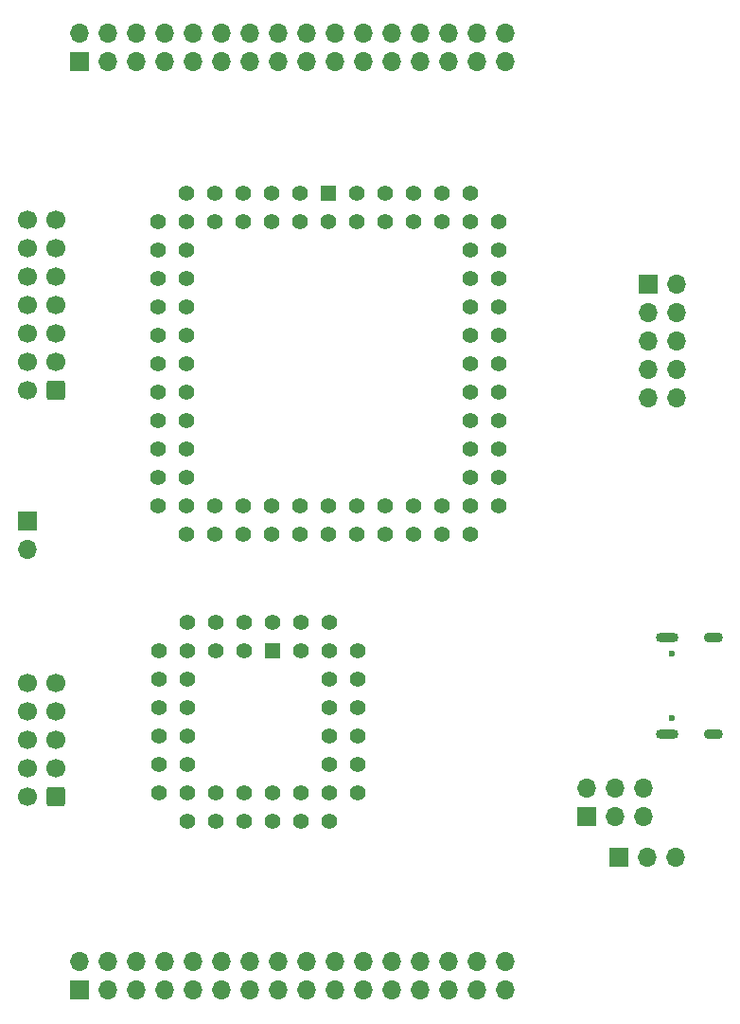
<source format=gbr>
%TF.GenerationSoftware,KiCad,Pcbnew,7.0.9*%
%TF.CreationDate,2024-04-10T21:38:01+01:00*%
%TF.ProjectId,ATF15xxProgBoard,41544631-3578-4785-9072-6f67426f6172,2*%
%TF.SameCoordinates,Original*%
%TF.FileFunction,Soldermask,Bot*%
%TF.FilePolarity,Negative*%
%FSLAX46Y46*%
G04 Gerber Fmt 4.6, Leading zero omitted, Abs format (unit mm)*
G04 Created by KiCad (PCBNEW 7.0.9) date 2024-04-10 21:38:01*
%MOMM*%
%LPD*%
G01*
G04 APERTURE LIST*
G04 Aperture macros list*
%AMRoundRect*
0 Rectangle with rounded corners*
0 $1 Rounding radius*
0 $2 $3 $4 $5 $6 $7 $8 $9 X,Y pos of 4 corners*
0 Add a 4 corners polygon primitive as box body*
4,1,4,$2,$3,$4,$5,$6,$7,$8,$9,$2,$3,0*
0 Add four circle primitives for the rounded corners*
1,1,$1+$1,$2,$3*
1,1,$1+$1,$4,$5*
1,1,$1+$1,$6,$7*
1,1,$1+$1,$8,$9*
0 Add four rect primitives between the rounded corners*
20,1,$1+$1,$2,$3,$4,$5,0*
20,1,$1+$1,$4,$5,$6,$7,0*
20,1,$1+$1,$6,$7,$8,$9,0*
20,1,$1+$1,$8,$9,$2,$3,0*%
G04 Aperture macros list end*
%ADD10O,1.700000X1.700000*%
%ADD11R,1.700000X1.700000*%
%ADD12R,1.422400X1.422400*%
%ADD13C,1.422400*%
%ADD14RoundRect,0.250000X0.600000X0.600000X-0.600000X0.600000X-0.600000X-0.600000X0.600000X-0.600000X0*%
%ADD15C,1.700000*%
%ADD16O,1.700000X0.900000*%
%ADD17O,2.000000X0.900000*%
%ADD18C,0.600000*%
G04 APERTURE END LIST*
D10*
%TO.C,JP2*%
X169788600Y-126593600D03*
X167248600Y-126593600D03*
D11*
X164708600Y-126593600D03*
%TD*%
D12*
%TO.C,U1*%
X133710000Y-108120000D03*
D13*
X131170000Y-105580000D03*
X131170000Y-108120000D03*
X128630000Y-105580000D03*
X128630000Y-108120000D03*
X126090000Y-105580000D03*
X123550000Y-108120000D03*
X126090000Y-108120000D03*
X123550000Y-110660000D03*
X126090000Y-110660000D03*
X123550000Y-113200000D03*
X126090000Y-113200000D03*
X123550000Y-115740000D03*
X126090000Y-115740000D03*
X123550000Y-118280000D03*
X126090000Y-118280000D03*
X123550000Y-120820000D03*
X126090000Y-123360000D03*
X126090000Y-120820000D03*
X128630000Y-123360000D03*
X128630000Y-120820000D03*
X131170000Y-123360000D03*
X131170000Y-120820000D03*
X133710000Y-123360000D03*
X133710000Y-120820000D03*
X136250000Y-123360000D03*
X136250000Y-120820000D03*
X138790000Y-123360000D03*
X141330000Y-120820000D03*
X138790000Y-120820000D03*
X141330000Y-118280000D03*
X138790000Y-118280000D03*
X141330000Y-115740000D03*
X138790000Y-115740000D03*
X141330000Y-113200000D03*
X138790000Y-113200000D03*
X141330000Y-110660000D03*
X138790000Y-110660000D03*
X141330000Y-108120000D03*
X138790000Y-105580000D03*
X138790000Y-108120000D03*
X136250000Y-105580000D03*
X136250000Y-108120000D03*
X133710000Y-105580000D03*
%TD*%
D12*
%TO.C,U2*%
X138690000Y-67260000D03*
D13*
X138690000Y-69800000D03*
X136150000Y-67260000D03*
X136150000Y-69800000D03*
X133610000Y-67260000D03*
X133610000Y-69800000D03*
X131070000Y-67260000D03*
X131070000Y-69800000D03*
X128530000Y-67260000D03*
X128530000Y-69800000D03*
X125990000Y-67260000D03*
X123450000Y-69800000D03*
X125990000Y-69800000D03*
X123450000Y-72340000D03*
X125990000Y-72340000D03*
X123450000Y-74880000D03*
X125990000Y-74880000D03*
X123450000Y-77420000D03*
X125990000Y-77420000D03*
X123450000Y-79960000D03*
X125990000Y-79960000D03*
X123450000Y-82500000D03*
X125990000Y-82500000D03*
X123450000Y-85040000D03*
X125990000Y-85040000D03*
X123450000Y-87580000D03*
X125990000Y-87580000D03*
X123450000Y-90120000D03*
X125990000Y-90120000D03*
X123450000Y-92660000D03*
X125990000Y-92660000D03*
X123450000Y-95200000D03*
X125990000Y-97740000D03*
X125990000Y-95200000D03*
X128530000Y-97740000D03*
X128530000Y-95200000D03*
X131070000Y-97740000D03*
X131070000Y-95200000D03*
X133610000Y-97740000D03*
X133610000Y-95200000D03*
X136150000Y-97740000D03*
X136150000Y-95200000D03*
X138690000Y-97740000D03*
X138690000Y-95200000D03*
X141230000Y-97740000D03*
X141230000Y-95200000D03*
X143770000Y-97740000D03*
X143770000Y-95200000D03*
X146310000Y-97740000D03*
X146310000Y-95200000D03*
X148850000Y-97740000D03*
X148850000Y-95200000D03*
X151390000Y-97740000D03*
X153930000Y-95200000D03*
X151390000Y-95200000D03*
X153930000Y-92660000D03*
X151390000Y-92660000D03*
X153930000Y-90120000D03*
X151390000Y-90120000D03*
X153930000Y-87580000D03*
X151390000Y-87580000D03*
X153930000Y-85040000D03*
X151390000Y-85040000D03*
X153930000Y-82500000D03*
X151390000Y-82500000D03*
X153930000Y-79960000D03*
X151390000Y-79960000D03*
X153930000Y-77420000D03*
X151390000Y-77420000D03*
X153930000Y-74880000D03*
X151390000Y-74880000D03*
X153930000Y-72340000D03*
X151390000Y-72340000D03*
X153930000Y-69800000D03*
X151390000Y-67260000D03*
X151390000Y-69800000D03*
X148850000Y-67260000D03*
X148850000Y-69800000D03*
X146310000Y-67260000D03*
X146310000Y-69800000D03*
X143770000Y-67260000D03*
X143770000Y-69800000D03*
X141230000Y-67260000D03*
X141230000Y-69800000D03*
%TD*%
D11*
%TO.C,J6*%
X116450000Y-138450000D03*
D10*
X116450000Y-135910000D03*
X118990000Y-138450000D03*
X118990000Y-135910000D03*
X121530000Y-138450000D03*
X121530000Y-135910000D03*
X124070000Y-138450000D03*
X124070000Y-135910000D03*
X126610000Y-138450000D03*
X126610000Y-135910000D03*
X129150000Y-138450000D03*
X129150000Y-135910000D03*
X131690000Y-138450000D03*
X131690000Y-135910000D03*
X134230000Y-138450000D03*
X134230000Y-135910000D03*
X136770000Y-138450000D03*
X136770000Y-135910000D03*
X139310000Y-138450000D03*
X139310000Y-135910000D03*
X141850000Y-138450000D03*
X141850000Y-135910000D03*
X144390000Y-138450000D03*
X144390000Y-135910000D03*
X146930000Y-138450000D03*
X146930000Y-135910000D03*
X149470000Y-138450000D03*
X149470000Y-135910000D03*
X152010000Y-138450000D03*
X152010000Y-135910000D03*
X154550000Y-138450000D03*
X154550000Y-135910000D03*
%TD*%
D14*
%TO.C,J2*%
X114300000Y-84840000D03*
D15*
X111760000Y-84840000D03*
X114300000Y-82300000D03*
X111760000Y-82300000D03*
X114300000Y-79760000D03*
X111760000Y-79760000D03*
X114300000Y-77220000D03*
X111760000Y-77220000D03*
X114300000Y-74680000D03*
X111760000Y-74680000D03*
X114300000Y-72140000D03*
X111760000Y-72140000D03*
X114300000Y-69600000D03*
X111760000Y-69600000D03*
%TD*%
D11*
%TO.C,J7*%
X116450000Y-55470000D03*
D10*
X116450000Y-52930000D03*
X118990000Y-55470000D03*
X118990000Y-52930000D03*
X121530000Y-55470000D03*
X121530000Y-52930000D03*
X124070000Y-55470000D03*
X124070000Y-52930000D03*
X126610000Y-55470000D03*
X126610000Y-52930000D03*
X129150000Y-55470000D03*
X129150000Y-52930000D03*
X131690000Y-55470000D03*
X131690000Y-52930000D03*
X134230000Y-55470000D03*
X134230000Y-52930000D03*
X136770000Y-55470000D03*
X136770000Y-52930000D03*
X139310000Y-55470000D03*
X139310000Y-52930000D03*
X141850000Y-55470000D03*
X141850000Y-52930000D03*
X144390000Y-55470000D03*
X144390000Y-52930000D03*
X146930000Y-55470000D03*
X146930000Y-52930000D03*
X149470000Y-55470000D03*
X149470000Y-52930000D03*
X152010000Y-55470000D03*
X152010000Y-52930000D03*
X154550000Y-55470000D03*
X154550000Y-52930000D03*
%TD*%
D11*
%TO.C,J10*%
X161848800Y-122910600D03*
D10*
X161848800Y-120370600D03*
X164388800Y-122910600D03*
X164388800Y-120370600D03*
X166928800Y-122910600D03*
X166928800Y-120370600D03*
%TD*%
D16*
%TO.C,J9*%
X173151800Y-106908600D03*
D17*
X168981800Y-106908600D03*
D16*
X173151800Y-115548600D03*
D17*
X168981800Y-115548600D03*
D18*
X169461800Y-108338600D03*
X169461800Y-114118600D03*
%TD*%
D11*
%TO.C,J8*%
X167370000Y-75360000D03*
D10*
X169910000Y-75360000D03*
X167370000Y-77900000D03*
X169910000Y-77900000D03*
X167370000Y-80440000D03*
X169910000Y-80440000D03*
X167370000Y-82980000D03*
X169910000Y-82980000D03*
X167370000Y-85520000D03*
X169910000Y-85520000D03*
%TD*%
D11*
%TO.C,JP1*%
X111760000Y-96520000D03*
D10*
X111760000Y-99060000D03*
%TD*%
D14*
%TO.C,J1*%
X114300000Y-121120000D03*
D15*
X111760000Y-121120000D03*
X114300000Y-118580000D03*
X111760000Y-118580000D03*
X114300000Y-116040000D03*
X111760000Y-116040000D03*
X114300000Y-113500000D03*
X111760000Y-113500000D03*
X114300000Y-110960000D03*
X111760000Y-110960000D03*
%TD*%
M02*

</source>
